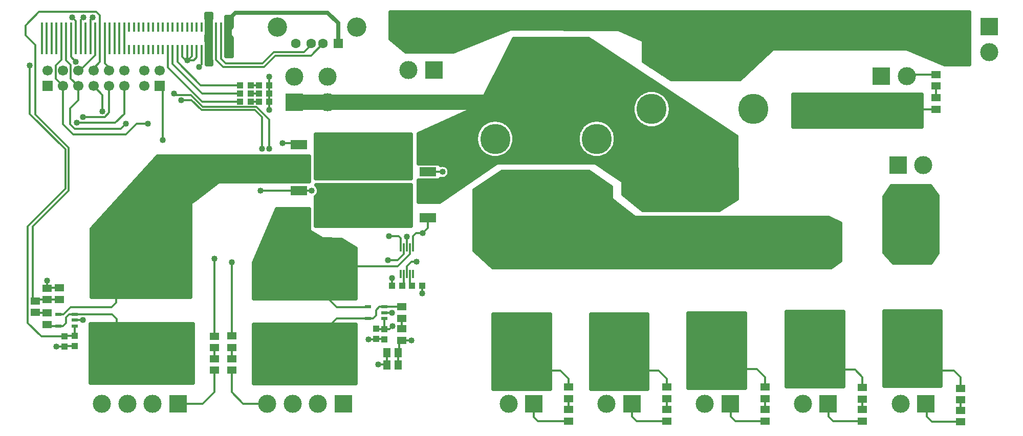
<source format=gtl>
G04 DipTrace 3.0.0.2*
G04 Power_Board.GTL*
%MOIN*%
G04 #@! TF.FileFunction,Copper,L1,Top*
G04 #@! TF.Part,Single*
G04 #@! TA.AperFunction,Conductor*
%ADD13C,0.012992*%
%ADD14C,0.011811*%
%ADD15C,0.1*%
%ADD17C,0.026*%
G04 #@! TA.AperFunction,CopperBalancing*
%ADD18C,0.025*%
%ADD19R,0.043307X0.03937*%
G04 #@! TA.AperFunction,ComponentPad*
%ADD20R,0.11811X0.11811*%
%ADD21C,0.11811*%
%ADD22R,0.066929X0.066929*%
%ADD23C,0.066929*%
%ADD25R,0.014961X0.059055*%
G04 #@! TA.AperFunction,ComponentPad*
%ADD26R,0.062992X0.062992*%
%ADD27C,0.062992*%
%ADD28C,0.125984*%
%ADD29C,0.19685*%
%ADD30R,0.19685X0.307087*%
%ADD31R,0.307087X0.19685*%
%ADD32R,0.059055X0.051181*%
%ADD33R,0.011811X0.055118*%
%ADD35R,0.108268X0.059055*%
%ADD36R,0.255906X0.244094*%
G04 #@! TA.AperFunction,ComponentPad*
%ADD37C,0.137795*%
%ADD40R,0.03937X0.043307*%
%ADD41R,0.314961X0.11811*%
%ADD43R,0.043307X0.023622*%
%ADD44R,0.051181X0.059055*%
G04 #@! TA.AperFunction,ViaPad*
%ADD45C,0.04*%
%FSLAX26Y26*%
G04*
G70*
G90*
G75*
G01*
G04 Top*
%LPD*%
X1555167Y3112188D2*
D13*
Y3041339D1*
X1586663Y3112188D2*
Y3067962D1*
X1560039Y3041339D1*
X1555167D1*
X1618159Y3112188D2*
Y3060088D1*
X1599409Y3041339D1*
X1555167D1*
X1523671Y3112188D2*
Y3062944D1*
X1545276Y3041339D1*
X1555167D1*
X1649655Y3112188D2*
Y3012844D1*
X1633858Y2997047D1*
X1051230Y3257857D2*
Y3112188D1*
X673277Y3257857D2*
Y3112188D1*
X1145718D2*
Y3257857D1*
X1114222D2*
Y3112188D1*
X1082726D2*
Y3257857D1*
X723425Y1556102D2*
X645669D1*
X644685Y1555118D1*
X821850Y1176181D2*
X760827D1*
X757874Y1173228D1*
X2856299Y1055118D2*
Y1134843D1*
X2785433Y1222441D2*
X2839567D1*
Y1220472D1*
X5954724Y688976D2*
X5762795D1*
X5733268Y718504D1*
Y799508D1*
X5730610Y802165D1*
X6594488Y684055D2*
X6407480D1*
X6373031Y718504D1*
Y797244D1*
X6368110Y802165D1*
X5319882Y688976D2*
X5127953D1*
X5098425Y718504D1*
Y797244D1*
X5093504Y802165D1*
X4680118Y688976D2*
X4483268D1*
X4453740Y718504D1*
Y802165D1*
X4040354Y688976D2*
X3838583D1*
X3813976Y713583D1*
Y802165D1*
X644685Y1555118D2*
Y1604331D1*
X757874Y1173228D2*
X703740D1*
X821850Y1346457D2*
X876969D1*
X2839567Y1395669D2*
X2888780D1*
X2785433Y1222441D2*
X2783465Y1220472D1*
X2736220D1*
X2856299Y1055118D2*
Y1058071D1*
X2800197D1*
X6432087Y2947835D2*
X6252953D1*
X6243110Y2937992D1*
X1732283Y1020648D2*
Y875984D1*
X1658465Y802165D1*
X1496063D1*
X1845472Y1020648D2*
Y875984D1*
X1919291Y802165D1*
X2077756D1*
X2987205Y1648622D2*
D14*
Y1682677D1*
D13*
Y1697835D1*
X3016732Y1727362D1*
X3051181D1*
X3085630Y1569882D2*
Y1520669D1*
X1681151Y3257857D2*
Y3200739D1*
X1697835Y3184055D1*
X1712647Y3257857D2*
Y3198867D1*
X1697835Y3184055D1*
X1681151Y3112188D2*
Y3167371D1*
X1697835Y3184055D1*
X1712647Y3112188D2*
Y3169243D1*
X1697835Y3184055D1*
X1681151Y3112188D2*
Y3058022D1*
X1697835Y3041339D1*
X1712647Y3112188D2*
Y3056151D1*
X1697835Y3041339D1*
X1681151Y3257857D2*
Y3310088D1*
X1697835Y3326772D1*
X1712647Y3257857D2*
Y3311959D1*
X1697835Y3326772D1*
X2091535Y2878937D2*
Y2824803D1*
Y2770669D2*
Y2824803D1*
Y2878937D2*
Y2933071D1*
Y2770669D2*
Y2716535D1*
X893749Y3112188D2*
Y3257857D1*
X641781Y3112188D2*
Y3257857D1*
X704773Y3112188D2*
Y3257857D1*
X3026575Y1821850D2*
D14*
Y1855906D1*
D13*
Y1894685D1*
X3046260Y1914370D1*
X3090551D1*
X3125000Y1948819D1*
Y2012795D1*
X2367126Y2189961D2*
X2283465D1*
X1845472Y1243089D2*
Y1722441D1*
X2032480Y2189961D2*
X2283465D1*
X610285Y3257857D2*
Y3112188D1*
X6209646Y1825787D2*
X6343504D1*
X1732283Y1242105D2*
Y1747047D1*
X2175197Y2500000D2*
X2283465D1*
Y2490157D1*
X2947835Y1821850D2*
D14*
Y1855906D1*
D13*
Y1879921D1*
X2933071Y1894685D1*
X2869094D1*
X3218504Y2312992D2*
X3125000D1*
X715551Y1383858D2*
X749016D1*
X797244Y1432087D1*
X1062992D1*
X1092520Y1461614D1*
Y1555118D1*
X1097441D1*
X2967520Y1821850D2*
D14*
Y1787795D1*
D13*
Y1776575D1*
X2928150Y1737205D1*
X2864173D1*
X2175197Y2308071D2*
X2282500D1*
X2283484Y2309055D1*
X2890748Y1569882D2*
Y1617126D1*
X2888780Y1619094D1*
X2480315Y1555118D2*
Y1481299D1*
X2529528Y1432087D1*
X2732283D1*
X2733268Y1433071D1*
X2165354Y1555118D2*
X2480315D1*
X3006890Y1821850D2*
D14*
Y1787795D1*
D13*
Y1776575D1*
X2928150Y1697835D1*
X2623031D1*
X2480315Y1555118D1*
X3892717Y3056102D2*
Y2902559D1*
Y2749016D1*
X4911417Y2348425D2*
Y2194882D1*
X2987205Y1821850D2*
D14*
Y1855906D1*
D13*
Y1889764D1*
X3228346Y2194882D2*
X3125965D1*
X3124980Y2193898D1*
X2470472Y2767717D2*
D15*
X2253937D1*
X2470472D2*
X3757874D1*
X3892717Y2902559D1*
X4046260Y2197835D2*
D13*
X3892717D1*
X3739173D2*
X3892717D1*
X5708661Y1825787D2*
X5574803D1*
X5073819D2*
X4939961D1*
X4434055D2*
X4300197D1*
X3799213D2*
X3665354D1*
X3799213D2*
X4300197D1*
X4434055D2*
X4939961D1*
X5073819D2*
X5574803D1*
X4757874Y3053150D2*
X4911417D1*
X5064961D1*
X2967520Y1648622D2*
D14*
Y1614567D1*
D13*
Y1579724D1*
X2957677Y1569882D1*
X3006890Y1648622D2*
D14*
Y1614567D1*
D13*
Y1581693D1*
X3018701Y1569882D1*
X4040354Y910433D2*
Y964567D1*
X3986220Y1018701D1*
X3813976D1*
X4680118Y910433D2*
Y964567D1*
X4625984Y1018701D1*
X4453740D1*
X5319882Y910433D2*
Y974409D1*
X5265748Y1028543D1*
X5103346D1*
X5093504Y1018701D1*
X5954724Y906496D2*
Y974409D1*
X5905512Y1023622D1*
X5735531D1*
X5730610Y1018701D1*
X6594488Y901575D2*
Y974409D1*
X6550197Y1018701D1*
X6368110D1*
X6077756Y2721457D2*
X6243110D1*
X6432087D1*
X1397638Y2519685D2*
Y2854331D1*
X1377953Y2874016D1*
X821850Y1243110D2*
Y1309055D1*
Y1243110D2*
X760827D1*
X757874Y1240157D1*
X925245Y3257857D2*
Y3112188D1*
Y3257857D2*
Y3307135D1*
X939961Y3321850D1*
X757874Y1240157D2*
X605315D1*
X516732Y1328740D1*
Y1958661D1*
X762795Y2204724D1*
Y2460630D1*
X531496Y2691929D1*
Y3006890D1*
X2839567Y1287402D2*
X2785433D1*
Y1289370D1*
X2839567Y1358268D2*
Y1287402D1*
X956741Y3112188D2*
Y3257857D1*
Y3112188D2*
Y3072883D1*
X861220Y2977362D1*
X851575D1*
X846654Y2972441D1*
X2839567Y1287402D2*
X2872047D1*
X2893701Y1309055D1*
X2042323Y2465551D2*
Y2672244D1*
X1998031Y2716535D1*
X1648622D1*
X1584646Y2780512D1*
X1515748D1*
X644685Y1480315D2*
X722441D1*
X723425Y1481299D1*
X988238Y3257857D2*
Y3112188D1*
Y3030560D1*
X946654Y2988976D1*
Y2972441D1*
X644685Y1480315D2*
X574803D1*
X565945Y1471457D1*
X988238Y3257857D2*
Y3332629D1*
X964567Y3356299D1*
X590551D1*
X501969Y3267717D1*
Y3203740D1*
X565945Y3139764D1*
Y2687008D1*
X782480Y2470472D1*
Y2189961D1*
X551181Y1958661D1*
Y1481299D1*
X556102D1*
X565945Y1471457D1*
X2931102Y1134843D2*
X2937992D1*
Y1200787D1*
X2952756Y1215551D1*
X2931102Y1055118D2*
Y1134843D1*
X1019734Y3112188D2*
Y3257857D1*
Y3112188D2*
Y3020621D1*
X1046654Y2993701D1*
Y2972441D1*
X1471457Y2824803D2*
Y2814961D1*
X1579724D1*
X1658465Y2736220D1*
X2007874D1*
X2091535Y2652559D1*
Y2465551D1*
X3016732Y1215551D2*
X2952756D1*
X736269Y3257857D2*
Y3112188D1*
Y3044340D1*
X698819Y3006890D1*
Y2920276D1*
X746654Y2872441D1*
X1299213Y2627953D2*
X1225394D1*
X1156496Y2559055D1*
X812008D1*
X748031Y2623031D1*
Y2871063D1*
X746654Y2872441D1*
X767765Y3112188D2*
Y3257857D1*
Y3112188D2*
Y3041290D1*
X797244Y3011811D1*
Y2921850D1*
X846654Y2872441D1*
X1156496Y2627953D2*
X1122047Y2593504D1*
X821850D1*
X792323Y2623031D1*
Y2726378D1*
X846457Y2780512D1*
Y2872244D1*
X846654Y2872441D1*
X799261Y3257857D2*
Y3112188D1*
Y3063928D1*
X831693Y3031496D1*
X1003937Y2706693D2*
Y2815157D1*
X946654Y2872441D1*
X715551Y1309055D2*
X653543D1*
X644685Y1317913D1*
X715551Y1309055D2*
X748031D1*
X767717Y1328740D1*
Y1363189D1*
X787402Y1382874D1*
X820866D1*
X821850Y1383858D1*
X1066929D1*
X1097441Y1353346D1*
Y1240157D1*
X2839567Y1433071D2*
X2806102D1*
X2785433Y1412402D1*
Y1377953D1*
X2765748Y1358268D1*
X2733268D1*
X2480315Y1240157D2*
Y1309055D1*
X2529528Y1358268D1*
X2733268D1*
X2839567Y1433071D2*
X2952756D1*
X1732283Y1167302D2*
Y1095451D1*
X1845472Y1168286D2*
Y1095451D1*
X830757Y3112188D2*
Y3257857D1*
Y3298180D1*
X807087Y3321850D1*
X875984Y2672244D2*
X1018701D1*
X1048228Y2701772D1*
Y2870866D1*
X1046654Y2872441D1*
X862253Y3257857D2*
Y3112188D1*
Y3257857D2*
Y3303198D1*
X880906Y3321850D1*
X836614Y2632874D2*
X1087598D1*
X1146654Y2691929D1*
Y2872441D1*
X1968504Y2770669D2*
X2024606D1*
Y2824803D2*
X1968504D1*
X2024606Y2878937D2*
X1968504D1*
X644685Y1392717D2*
X569882D1*
X565945Y1396654D1*
X2952756Y1290354D2*
Y1358268D1*
X4040354Y835630D2*
Y763780D1*
X4680118D2*
Y835630D1*
X5319882Y763780D2*
Y835630D1*
X5954724Y763780D2*
Y831693D1*
X6594488Y758858D2*
Y826772D1*
X6432087Y2796260D2*
Y2873031D1*
X1492175Y3112188D2*
Y3030463D1*
X1643701Y2878937D1*
X1901575D1*
X1460678Y3112188D2*
Y3017668D1*
X1653543Y2824803D1*
X1901575D1*
X1429182Y3112188D2*
Y2995030D1*
X1653543Y2770669D1*
X1901575D1*
X1775639Y3257857D2*
Y3112188D1*
Y3052117D1*
X1806102Y3021654D1*
X2047244D1*
X2121063Y3095472D1*
X2317913D1*
X2357283Y3134843D1*
Y3149606D1*
X2362205D1*
X1744143Y3112188D2*
Y3257857D1*
Y3112188D2*
Y3044243D1*
X1791339Y2997047D1*
X2057087D1*
X2130906Y3070866D1*
X2362205D1*
X2440945Y3149606D1*
X1807135Y3257857D2*
Y3112188D1*
X1838631D2*
Y3257857D1*
X2539370Y3149606D2*
D17*
Y3282480D1*
X2470472Y3351378D1*
X1870079D1*
X1835630Y3316929D1*
D45*
X1555167Y3041339D3*
X1633858Y2997047D3*
X644685Y1604331D3*
X703740Y1173228D3*
X876969Y1346457D3*
X2888780Y1395669D3*
X2736220Y1220472D3*
X2800197Y1058071D3*
X3051181Y1727362D3*
X3085630Y1520669D3*
X1697835Y3184055D3*
Y3041339D3*
Y3326772D3*
X2091535Y2933071D3*
Y2716535D3*
X2367126Y2189961D3*
X3090551Y1914370D3*
X1845472Y1722441D3*
X2032480Y2189961D3*
X1732283Y1747047D3*
X2175197Y2500000D3*
X2869094Y1894685D3*
X3218504Y2312992D3*
X2869094Y1894685D3*
X2864173Y1737205D3*
X2175197Y2308071D3*
X2888780Y1619094D3*
X2864173Y1737205D3*
X2987205Y1889764D3*
X3228346Y2194882D3*
X1397638Y2519685D3*
X939961Y3321850D3*
X531496Y3006890D3*
X2893701Y1309055D3*
X2042323Y2465551D3*
X1515748Y2780512D3*
X1471457Y2824803D3*
X2091535Y2465551D3*
X3016732Y1215551D3*
X1299213Y2627953D3*
X1156496D3*
X831693Y3031496D3*
X1003937Y2706693D3*
X807087Y3321850D3*
X875984Y2672244D3*
X880906Y3321850D3*
X836614Y2632874D3*
X6097677Y1379954D2*
D18*
X6461354D1*
X6097677Y1355085D2*
X6461354D1*
X6097677Y1330217D2*
X6461354D1*
X6097677Y1305348D2*
X6461354D1*
X6097677Y1280479D2*
X6461354D1*
X6097677Y1255610D2*
X6461354D1*
X6097677Y1230741D2*
X6461354D1*
X6097677Y1205873D2*
X6461354D1*
X6097677Y1181004D2*
X6461354D1*
X6097677Y1156135D2*
X6461354D1*
X6097677Y1131266D2*
X6461354D1*
X6097677Y1106398D2*
X6461354D1*
X6097677Y1081529D2*
X6461354D1*
X6097677Y1056660D2*
X6461354D1*
X6097677Y1031791D2*
X6461354D1*
X6097677Y1006923D2*
X6461354D1*
X6097677Y982054D2*
X6461354D1*
X6097677Y957185D2*
X6461354D1*
X6097677Y932316D2*
X6461354D1*
X6107677Y918012D2*
X6463878D1*
Y1404823D1*
X6095177D1*
Y918012D1*
X6107677D1*
X5462835Y1375033D2*
X5826512D1*
X5462835Y1350164D2*
X5826512D1*
X5462835Y1325295D2*
X5826512D1*
X5462835Y1300427D2*
X5826512D1*
X5462835Y1275558D2*
X5826512D1*
X5462835Y1250689D2*
X5826512D1*
X5462835Y1225820D2*
X5826512D1*
X5462835Y1200951D2*
X5826512D1*
X5462835Y1176083D2*
X5826512D1*
X5462835Y1151214D2*
X5826512D1*
X5462835Y1126345D2*
X5826512D1*
X5462835Y1101476D2*
X5826512D1*
X5462835Y1076608D2*
X5826512D1*
X5462835Y1051739D2*
X5826512D1*
X5462835Y1026870D2*
X5826512D1*
X5462835Y1002001D2*
X5826512D1*
X5462835Y977133D2*
X5826512D1*
X5462835Y952264D2*
X5826512D1*
X5462835Y927395D2*
X5826512D1*
X5472835Y913091D2*
X5829035D1*
Y1399902D1*
X5460335D1*
Y913091D1*
X5472835D1*
X4823071Y1365190D2*
X5186748D1*
X4823071Y1340322D2*
X5186748D1*
X4823071Y1315453D2*
X5186748D1*
X4823071Y1290584D2*
X5186748D1*
X4823071Y1265715D2*
X5186748D1*
X4823071Y1240846D2*
X5186748D1*
X4823071Y1215978D2*
X5186748D1*
X4823071Y1191109D2*
X5186748D1*
X4823071Y1166240D2*
X5186748D1*
X4823071Y1141371D2*
X5186748D1*
X4823071Y1116503D2*
X5186748D1*
X4823071Y1091634D2*
X5186748D1*
X4823071Y1066765D2*
X5186748D1*
X4823071Y1041896D2*
X5186748D1*
X4823071Y1017028D2*
X5186748D1*
X4823071Y992159D2*
X5186748D1*
X4823071Y967290D2*
X5186748D1*
X4823071Y942421D2*
X5186748D1*
X4823071Y917552D2*
X5186748D1*
X4833071Y903248D2*
X5189272D1*
Y1390059D1*
X4820571D1*
Y903248D1*
X4833071D1*
X4188228Y1360269D2*
X4551906D1*
X4188228Y1335400D2*
X4551906D1*
X4188228Y1310531D2*
X4551906D1*
X4188228Y1285663D2*
X4551906D1*
X4188228Y1260794D2*
X4551906D1*
X4188228Y1235925D2*
X4551906D1*
X4188228Y1211056D2*
X4551906D1*
X4188228Y1186188D2*
X4551906D1*
X4188228Y1161319D2*
X4551906D1*
X4188228Y1136450D2*
X4551906D1*
X4188228Y1111581D2*
X4551906D1*
X4188228Y1086713D2*
X4551906D1*
X4188228Y1061844D2*
X4551906D1*
X4188228Y1036975D2*
X4551906D1*
X4188228Y1012106D2*
X4551906D1*
X4188228Y987238D2*
X4551906D1*
X4188228Y962369D2*
X4551906D1*
X4188228Y937500D2*
X4551906D1*
X4188228Y912631D2*
X4551906D1*
X4198228Y898327D2*
X4554429D1*
Y1385138D1*
X4185728D1*
Y898327D1*
X4198228D1*
X3553386Y1360269D2*
X3917063D1*
X3553386Y1335400D2*
X3917063D1*
X3553386Y1310531D2*
X3917063D1*
X3553386Y1285663D2*
X3917063D1*
X3553386Y1260794D2*
X3917063D1*
X3553386Y1235925D2*
X3917063D1*
X3553386Y1211056D2*
X3917063D1*
X3553386Y1186188D2*
X3917063D1*
X3553386Y1161319D2*
X3917063D1*
X3553386Y1136450D2*
X3917063D1*
X3553386Y1111581D2*
X3917063D1*
X3553386Y1086713D2*
X3917063D1*
X3553386Y1061844D2*
X3917063D1*
X3553386Y1036975D2*
X3917063D1*
X3553386Y1012106D2*
X3917063D1*
X3553386Y987238D2*
X3917063D1*
X3553386Y962369D2*
X3917063D1*
X3553386Y937500D2*
X3917063D1*
X3553386Y912631D2*
X3917063D1*
X3563386Y898327D2*
X3919587D1*
Y1385138D1*
X3550886D1*
Y898327D1*
X3563386D1*
X1993346Y1291371D2*
X2652336D1*
X1993346Y1266503D2*
X2652336D1*
X1993346Y1241634D2*
X2652336D1*
X1993346Y1216765D2*
X2652336D1*
X1993346Y1191896D2*
X2652336D1*
X1993346Y1167028D2*
X2652336D1*
X1993346Y1142159D2*
X2652336D1*
X1993346Y1117290D2*
X2652336D1*
X1993346Y1092421D2*
X2652336D1*
X1993346Y1067552D2*
X2652336D1*
X1993346Y1042684D2*
X2652336D1*
X1993346Y1017815D2*
X2652336D1*
X1993346Y992946D2*
X2652336D1*
X1993346Y968077D2*
X2652336D1*
X1993346Y943209D2*
X2652336D1*
X2642323Y1316240D2*
X1990846D1*
Y932776D1*
X2654823D1*
Y1316240D1*
X2642323D1*
X930354Y1296293D2*
X1589344D1*
X930354Y1271424D2*
X1589344D1*
X930354Y1246555D2*
X1589344D1*
X930354Y1221686D2*
X1589344D1*
X930354Y1196818D2*
X1589344D1*
X930354Y1171949D2*
X1589344D1*
X930354Y1147080D2*
X1589344D1*
X930354Y1122211D2*
X1589344D1*
X930354Y1097343D2*
X1589344D1*
X930354Y1072474D2*
X1589344D1*
X930354Y1047605D2*
X1589344D1*
X930354Y1022736D2*
X1589344D1*
X930354Y997867D2*
X1589344D1*
X930354Y972999D2*
X1589344D1*
X930354Y948130D2*
X1589344D1*
X1579331Y1321161D2*
X927854D1*
Y937697D1*
X1591831D1*
Y1321161D1*
X1579331D1*
X1343698Y2388812D2*
X2347194D1*
X1321140Y2363944D2*
X2347194D1*
X1298533Y2339075D2*
X2347194D1*
X1275974Y2314206D2*
X2347194D1*
X1253366Y2289337D2*
X2347194D1*
X1230808Y2264469D2*
X2347194D1*
X1208201Y2239600D2*
X1743972D1*
X1185642Y2214731D2*
X1710818D1*
X1163034Y2189862D2*
X1677663D1*
X1140476Y2164993D2*
X1644509D1*
X1117869Y2140125D2*
X1611354D1*
X1095261Y2115256D2*
X1578151D1*
X1072702Y2090387D2*
X1574587D1*
X1050094Y2065518D2*
X1574587D1*
X1027537Y2040650D2*
X1574587D1*
X1004929Y2015781D2*
X1574587D1*
X982370Y1990912D2*
X1574587D1*
X959762Y1966043D2*
X1574587D1*
X937205Y1941175D2*
X1574587D1*
X935276Y1916306D2*
X1574587D1*
X935276Y1891437D2*
X1574587D1*
X935276Y1866568D2*
X1574587D1*
X935276Y1841699D2*
X1574587D1*
X935276Y1816831D2*
X1574587D1*
X935276Y1791962D2*
X1574587D1*
X935276Y1767093D2*
X1574587D1*
X935276Y1742224D2*
X1574587D1*
X935276Y1717356D2*
X1574587D1*
X935276Y1692487D2*
X1574587D1*
X935276Y1667618D2*
X1574587D1*
X935276Y1642749D2*
X1574587D1*
X935276Y1617881D2*
X1574587D1*
X935276Y1593012D2*
X1574587D1*
X935276Y1568143D2*
X1574587D1*
X935276Y1543274D2*
X1574587D1*
X935276Y1518406D2*
X1574587D1*
X932727Y1498720D2*
X1577067D1*
X1577220Y2108255D1*
X1578429Y2111974D1*
X1580728Y2115138D1*
X1612067Y2138799D1*
X1760888Y2250223D1*
X1764589Y2251488D1*
X1779232Y2251673D1*
X2349705D1*
Y2413681D1*
X1363816D1*
X932794Y1939088D1*
X932776Y1498731D1*
X2131115Y2044324D2*
X2347209D1*
X2120568Y2019455D2*
X2347209D1*
X2109972Y1994587D2*
X2347209D1*
X2099425Y1969718D2*
X2347209D1*
X2088879Y1944849D2*
X2347209D1*
X2078332Y1919980D2*
X2358635D1*
X2067736Y1895112D2*
X2398429D1*
X2057189Y1870243D2*
X2561320D1*
X2046642Y1845374D2*
X2601505D1*
X2036047Y1820505D2*
X2641642D1*
X2025500Y1795636D2*
X2652336D1*
X2014953Y1770768D2*
X2652336D1*
X2004406Y1745899D2*
X2652336D1*
X1993810Y1721030D2*
X2652336D1*
X1993346Y1696161D2*
X2652336D1*
X1993346Y1671293D2*
X2652336D1*
X1993346Y1646424D2*
X2652336D1*
X1993346Y1621555D2*
X2652336D1*
X1993346Y1596686D2*
X2652336D1*
X1993346Y1571818D2*
X2652336D1*
X1993346Y1546949D2*
X2652336D1*
X1993346Y1522080D2*
X2652336D1*
X1993346Y1497211D2*
X2652336D1*
X2003346Y1488878D2*
X2654823D1*
Y1813906D1*
X2560371Y1872373D1*
X2438990Y1872496D1*
X2435270Y1873705D1*
X2354769Y1924008D1*
X2352028Y1926798D1*
X2350283Y1930298D1*
X2349718Y1934429D1*
X2349705Y2069193D1*
X2139206D1*
X1990832Y1719862D1*
X1990846Y1488878D1*
X2003346D1*
X2396890Y2531529D2*
X3011592D1*
X2396890Y2506660D2*
X3011592D1*
X2396890Y2481791D2*
X3011592D1*
X2396890Y2456923D2*
X3011592D1*
X2396890Y2432054D2*
X3011592D1*
X2396890Y2407185D2*
X3011592D1*
X2396890Y2382316D2*
X3011592D1*
X2396890Y2357448D2*
X3011592D1*
X2396890Y2332579D2*
X3011592D1*
X2396890Y2307710D2*
X3011592D1*
X2396890Y2282841D2*
X3011592D1*
X3001575Y2556398D2*
X2394390D1*
Y2271358D1*
X3014075D1*
Y2556398D1*
X3001575D1*
X2414591Y2201804D2*
X3011592D1*
X2414248Y2176936D2*
X3011592D1*
X2396890Y2152067D2*
X3011592D1*
X2396890Y2127198D2*
X3011592D1*
X2396890Y2102329D2*
X3011592D1*
X2396890Y2077461D2*
X3011592D1*
X2396890Y2052592D2*
X3011592D1*
X2396890Y2027723D2*
X3011592D1*
X2396890Y2002854D2*
X3011592D1*
X2396890Y1977986D2*
X3011592D1*
X2413483Y2186312D2*
X2412341Y2179105D1*
X2410087Y2172165D1*
X2406774Y2165664D1*
X2402484Y2159761D1*
X2397325Y2154602D1*
X2394375Y2152286D1*
X2394390Y1961319D1*
X3014075D1*
Y2226673D1*
X2395667D1*
X2402484Y2220160D1*
X2406774Y2214257D1*
X2410087Y2207756D1*
X2412341Y2200816D1*
X2413483Y2193609D1*
Y2186312D1*
X3673970Y3156529D2*
X4204564D1*
X3661518Y3131660D2*
X4242163D1*
X3649115Y3106791D2*
X4279711D1*
X3636664Y3081923D2*
X4317308D1*
X3624214Y3057054D2*
X4354907D1*
X3611811Y3032185D2*
X4392504D1*
X3599360Y3007316D2*
X4430102D1*
X3586908Y2982448D2*
X4467651D1*
X3574507Y2957579D2*
X4505248D1*
X3562055Y2932710D2*
X4542846D1*
X3549604Y2907841D2*
X4580444D1*
X3537202Y2882972D2*
X4618042D1*
X3524751Y2858104D2*
X4655591D1*
X3512348Y2833235D2*
X4520483D1*
X4640912D2*
X4693188D1*
X3499896Y2808366D2*
X4487524D1*
X4673871D2*
X4730786D1*
X3487446Y2783497D2*
X4469214D1*
X4692182D2*
X4768383D1*
X3475043Y2758629D2*
X4458618D1*
X4702778D2*
X4805980D1*
X3449458Y2733760D2*
X4453783D1*
X4707612D2*
X4843530D1*
X3394331Y2708891D2*
X4454028D1*
X4707416D2*
X4881127D1*
X3339203Y2684022D2*
X4459350D1*
X4702094D2*
X4918724D1*
X3284076Y2659154D2*
X4470483D1*
X4690912D2*
X4956323D1*
X3228999Y2634285D2*
X3492992D1*
X3631050D2*
X4154419D1*
X4292427D2*
X4489672D1*
X4671723D2*
X4993920D1*
X3173871Y2609416D2*
X3464282D1*
X3659711D2*
X4125707D1*
X4321138D2*
X4524975D1*
X4636420D2*
X5031470D1*
X3118744Y2584547D2*
X3447827D1*
X3676167D2*
X4109252D1*
X4337592D2*
X5069067D1*
X3066181Y2559678D2*
X3438550D1*
X3685492D2*
X4099927D1*
X4346919D2*
X5106664D1*
X3066181Y2534810D2*
X3434740D1*
X3689252D2*
X4096167D1*
X4350678D2*
X5132640D1*
X3066181Y2509941D2*
X3435962D1*
X3688031D2*
X4097387D1*
X4349458D2*
X5132640D1*
X3066181Y2485072D2*
X3442407D1*
X3681635D2*
X4103783D1*
X4343060D2*
X5132640D1*
X3066181Y2460203D2*
X3454955D1*
X3669087D2*
X4116332D1*
X4330512D2*
X5132640D1*
X3066181Y2435335D2*
X3476343D1*
X3647699D2*
X4137768D1*
X4309126D2*
X5132640D1*
X3066181Y2410466D2*
X3518724D1*
X3605316D2*
X4180151D1*
X4266694D2*
X5132640D1*
X3066181Y2385597D2*
X5132640D1*
X3208148Y2360728D2*
X3550951D1*
X4239350D2*
X5132640D1*
X3261470Y2335860D2*
X3514623D1*
X4275630D2*
X5132640D1*
X3267475Y2310991D2*
X3478247D1*
X4311908D2*
X5132640D1*
X3258930Y2286122D2*
X3441919D1*
X4348139D2*
X5132640D1*
X3208148Y2261253D2*
X3405591D1*
X4384419D2*
X5132640D1*
X3066181Y2236385D2*
X3369214D1*
X4399848D2*
X5132640D1*
X3066181Y2211516D2*
X3332886D1*
X4399848D2*
X5132640D1*
X3066181Y2186647D2*
X3296556D1*
X4399848D2*
X5132640D1*
X3066181Y2161778D2*
X3260180D1*
X4405463D2*
X5132640D1*
X3066181Y2136909D2*
X3223852D1*
X4435980D2*
X5131323D1*
X4466499Y2112041D2*
X5092455D1*
X4497064Y2087172D2*
X5053638D1*
X4347966Y2518741D2*
X4346812Y2509001D1*
X4344899Y2499381D1*
X4342236Y2489940D1*
X4338841Y2480736D1*
X4334735Y2471828D1*
X4329941Y2463270D1*
X4324492Y2455114D1*
X4318419Y2447411D1*
X4311761Y2440207D1*
X4304558Y2433550D1*
X4296854Y2427476D1*
X4288698Y2422028D1*
X4280140Y2417234D1*
X4271232Y2413127D1*
X4262029Y2409732D1*
X4252588Y2407070D1*
X4242967Y2405156D1*
X4233227Y2404003D1*
X4223425Y2403618D1*
X4213623Y2404003D1*
X4203883Y2405156D1*
X4194262Y2407070D1*
X4184822Y2409732D1*
X4175618Y2413127D1*
X4166710Y2417234D1*
X4158152Y2422028D1*
X4149996Y2427476D1*
X4142293Y2433550D1*
X4135089Y2440207D1*
X4128432Y2447411D1*
X4122358Y2455114D1*
X4116909Y2463270D1*
X4112115Y2471828D1*
X4108009Y2480736D1*
X4104614Y2489940D1*
X4101951Y2499381D1*
X4100038Y2509001D1*
X4098885Y2518741D1*
X4098500Y2528543D1*
X4098885Y2538345D1*
X4100038Y2548085D1*
X4101951Y2557706D1*
X4104614Y2567147D1*
X4108009Y2576350D1*
X4112115Y2585259D1*
X4116909Y2593816D1*
X4122358Y2601972D1*
X4128432Y2609676D1*
X4135089Y2616879D1*
X4142293Y2623537D1*
X4149996Y2629610D1*
X4158152Y2635059D1*
X4166710Y2639853D1*
X4175618Y2643959D1*
X4184822Y2647354D1*
X4194262Y2650017D1*
X4203883Y2651930D1*
X4213623Y2653084D1*
X4223425Y2653469D1*
X4233227Y2653084D1*
X4242967Y2651930D1*
X4252588Y2650017D1*
X4262029Y2647354D1*
X4271232Y2643959D1*
X4280140Y2639853D1*
X4288698Y2635059D1*
X4296854Y2629610D1*
X4304558Y2623537D1*
X4311761Y2616879D1*
X4318419Y2609676D1*
X4324492Y2601972D1*
X4329941Y2593816D1*
X4334735Y2585259D1*
X4338841Y2576350D1*
X4342236Y2567147D1*
X4344899Y2557706D1*
X4346812Y2548085D1*
X4347966Y2538345D1*
X4348350Y2528543D1*
X4347966Y2518741D1*
X3686549D2*
X3685395Y2509001D1*
X3683482Y2499381D1*
X3680819Y2489940D1*
X3677424Y2480736D1*
X3673318Y2471828D1*
X3668524Y2463270D1*
X3663075Y2455114D1*
X3657001Y2447411D1*
X3650344Y2440207D1*
X3643140Y2433550D1*
X3635437Y2427476D1*
X3627281Y2422028D1*
X3618723Y2417234D1*
X3609815Y2413127D1*
X3600612Y2409732D1*
X3591171Y2407070D1*
X3581550Y2405156D1*
X3571810Y2404003D1*
X3562008Y2403618D1*
X3552206Y2404003D1*
X3542466Y2405156D1*
X3532845Y2407070D1*
X3523404Y2409732D1*
X3514201Y2413127D1*
X3505293Y2417234D1*
X3496735Y2422028D1*
X3488579Y2427476D1*
X3480875Y2433550D1*
X3473672Y2440207D1*
X3467014Y2447411D1*
X3460941Y2455114D1*
X3455492Y2463270D1*
X3450698Y2471828D1*
X3446592Y2480736D1*
X3443197Y2489940D1*
X3440534Y2499381D1*
X3438621Y2509001D1*
X3437467Y2518741D1*
X3437083Y2528543D1*
X3437467Y2538345D1*
X3438621Y2548085D1*
X3440534Y2557706D1*
X3443197Y2567147D1*
X3446592Y2576350D1*
X3450698Y2585259D1*
X3455492Y2593816D1*
X3460941Y2601972D1*
X3467014Y2609676D1*
X3473672Y2616879D1*
X3480875Y2623537D1*
X3488579Y2629610D1*
X3496735Y2635059D1*
X3505293Y2639853D1*
X3514201Y2643959D1*
X3523404Y2647354D1*
X3532845Y2650017D1*
X3542466Y2651930D1*
X3552206Y2653084D1*
X3562008Y2653469D1*
X3571810Y2653084D1*
X3581550Y2651930D1*
X3591171Y2650017D1*
X3600612Y2647354D1*
X3609815Y2643959D1*
X3618723Y2639853D1*
X3627281Y2635059D1*
X3635437Y2629610D1*
X3643140Y2623537D1*
X3650344Y2616879D1*
X3657001Y2609676D1*
X3663075Y2601972D1*
X3668524Y2593816D1*
X3673318Y2585259D1*
X3677424Y2576350D1*
X3680819Y2567147D1*
X3683482Y2557706D1*
X3685395Y2548085D1*
X3686549Y2538345D1*
X3686933Y2528543D1*
X3686549Y2518741D1*
X3063654Y2369020D2*
X3205634D1*
Y2357643D1*
X3211230Y2358920D1*
X3218504Y2359492D1*
X3225778Y2358920D1*
X3232873Y2357217D1*
X3239614Y2354424D1*
X3245836Y2350612D1*
X3251385Y2345873D1*
X3256123Y2340324D1*
X3259936Y2334102D1*
X3262728Y2327361D1*
X3264432Y2320266D1*
X3265004Y2312992D1*
X3264432Y2305718D1*
X3262728Y2298623D1*
X3259936Y2291882D1*
X3256123Y2285660D1*
X3251385Y2280112D1*
X3245836Y2275373D1*
X3239614Y2271560D1*
X3232873Y2268768D1*
X3225778Y2267064D1*
X3218504Y2266492D1*
X3211230Y2267064D1*
X3205631Y2268346D1*
X3205634Y2256965D1*
X3063690D1*
X3063681Y2118799D1*
X3199862D1*
X3572398Y2373499D1*
X3576150Y2374601D1*
X3627756Y2374705D1*
X4214554Y2374551D1*
X4218273Y2373343D1*
X4260904Y2344238D1*
X4393437Y2253171D1*
X4395822Y2250071D1*
X4397131Y2246386D1*
X4397343Y2244094D1*
Y2166354D1*
X4522190Y2064644D1*
X5020972Y2064665D1*
X5135175Y2137770D1*
X5135138Y2542478D1*
X4169449Y3181409D1*
X3683902Y3181398D1*
X3464892Y2743714D1*
X3462148Y2740928D1*
X3459866Y2739591D1*
X3063707Y2560836D1*
X3063681Y2369045D1*
X4705249Y2712639D2*
X4704096Y2702899D1*
X4702182Y2693278D1*
X4699520Y2683837D1*
X4696125Y2674634D1*
X4692018Y2665726D1*
X4687224Y2657168D1*
X4681776Y2649012D1*
X4675702Y2641308D1*
X4669045Y2634105D1*
X4661841Y2627448D1*
X4654138Y2621374D1*
X4645982Y2615925D1*
X4637424Y2611131D1*
X4628516Y2607025D1*
X4619312Y2603630D1*
X4609871Y2600967D1*
X4600251Y2599054D1*
X4590510Y2597900D1*
X4580709Y2597516D1*
X4570907Y2597900D1*
X4561167Y2599054D1*
X4551546Y2600967D1*
X4542105Y2603630D1*
X4532902Y2607025D1*
X4523993Y2611131D1*
X4515436Y2615925D1*
X4507280Y2621374D1*
X4499576Y2627448D1*
X4492373Y2634105D1*
X4485715Y2641308D1*
X4479642Y2649012D1*
X4474193Y2657168D1*
X4469399Y2665726D1*
X4465293Y2674634D1*
X4461898Y2683837D1*
X4459235Y2693278D1*
X4457322Y2702899D1*
X4456168Y2712639D1*
X4455783Y2722441D1*
X4456168Y2732243D1*
X4457322Y2741983D1*
X4459235Y2751604D1*
X4461898Y2761045D1*
X4465293Y2770248D1*
X4469399Y2779156D1*
X4474193Y2787714D1*
X4479642Y2795870D1*
X4485715Y2803573D1*
X4492373Y2810777D1*
X4499576Y2817434D1*
X4507280Y2823508D1*
X4515436Y2828957D1*
X4523993Y2833751D1*
X4532902Y2837857D1*
X4542105Y2841252D1*
X4551546Y2843915D1*
X4561167Y2845828D1*
X4570907Y2846982D1*
X4580709Y2847366D1*
X4590510Y2846982D1*
X4600251Y2845828D1*
X4609871Y2843915D1*
X4619312Y2841252D1*
X4628516Y2837857D1*
X4637424Y2833751D1*
X4645982Y2828957D1*
X4654138Y2823508D1*
X4661841Y2817434D1*
X4669045Y2810777D1*
X4675702Y2803573D1*
X4681776Y2795870D1*
X4687224Y2787714D1*
X4692018Y2779156D1*
X4696125Y2770248D1*
X4699520Y2761045D1*
X4702182Y2751604D1*
X4704096Y2741983D1*
X4705249Y2732243D1*
X4705634Y2722441D1*
X4705249Y2712639D1*
X3572371Y2290387D2*
X4206727D1*
X3536043Y2265518D2*
X4241736D1*
X3499665Y2240650D2*
X4276795D1*
X3463337Y2215781D2*
X4311853D1*
X3430354Y2190912D2*
X4315711D1*
X3430354Y2166043D2*
X4315711D1*
X3430354Y2141175D2*
X4315711D1*
X3430354Y2116306D2*
X4338904D1*
X3430354Y2091437D2*
X4370252D1*
X3430354Y2066568D2*
X4401600D1*
X3430354Y2041699D2*
X4432996D1*
X3430354Y2016831D2*
X4464344D1*
X3430354Y1991962D2*
X5776209D1*
X3430354Y1967093D2*
X5806873D1*
X3430354Y1942224D2*
X5806873D1*
X3430354Y1917356D2*
X5806873D1*
X3430354Y1892487D2*
X5806873D1*
X3430354Y1867618D2*
X5806873D1*
X3430354Y1842749D2*
X5806873D1*
X3430354Y1817881D2*
X5806873D1*
X3439803Y1793012D2*
X5806873D1*
X3466756Y1768143D2*
X5806873D1*
X3493660Y1743274D2*
X5806873D1*
X3520613Y1718406D2*
X5785291D1*
X3547566Y1693537D2*
X5750476D1*
X4174194Y2315256D2*
X3606226D1*
X3427878Y2193226D1*
X3427854Y1801707D1*
X3548213Y1690633D1*
X5748996Y1690650D1*
X5809391Y1733824D1*
X5809350Y1975751D1*
X5735035Y2015085D1*
X4471470Y2015213D1*
X4467751Y2016421D1*
X4465657Y2017765D1*
X4321505Y2132290D1*
X4319341Y2135549D1*
X4318291Y2139315D1*
X4318209Y2213063D1*
X4174184Y2315243D1*
X2884094Y3328773D2*
X6648406D1*
X2884094Y3303904D2*
X6648406D1*
X2884094Y3279035D2*
X6648406D1*
X2884094Y3254167D2*
X6648406D1*
X2884094Y3229298D2*
X3610955D1*
X4403016D2*
X6648406D1*
X2884094Y3204429D2*
X3549577D1*
X4459852D2*
X6648406D1*
X2884803Y3179560D2*
X3488249D1*
X4516688D2*
X6648406D1*
X2915173Y3154692D2*
X3426921D1*
X4532703D2*
X6648406D1*
X2945593Y3129823D2*
X3365545D1*
X4532703D2*
X6648406D1*
X2975965Y3104954D2*
X3304217D1*
X4532703D2*
X5353045D1*
X6275818D2*
X6648406D1*
X4532703Y3080085D2*
X5326921D1*
X6334997D2*
X6648406D1*
X4532703Y3055217D2*
X5300848D1*
X6394226D2*
X6648406D1*
X4537244Y3030348D2*
X5274773D1*
X6453455D2*
X6648406D1*
X4575037Y3005479D2*
X5248699D1*
X4612829Y2980610D2*
X5222625D1*
X4650623Y2955741D2*
X5196551D1*
X4688416Y2930873D2*
X5170428D1*
X2881594Y3341142D2*
Y3180155D1*
X2981804Y3098147D1*
X3289929Y3098130D1*
X3653669Y3245444D1*
X3656496Y3245768D1*
X4362192Y3245614D1*
X4365247Y3244719D1*
X4524457Y3174898D1*
X4527379Y3172299D1*
X4529357Y3168925D1*
X4530196Y3165105D1*
X4530217Y3033266D1*
X4708521Y2916009D1*
X5157394Y2916043D1*
X5366911Y3115600D1*
X5370437Y3117291D1*
X5374462Y3117802D1*
X6242113Y3117661D1*
X6244997Y3116840D1*
X6488772Y3014455D1*
X6650886Y3014469D1*
Y3353642D1*
X2881594D1*
Y3341142D1*
X5507126Y2792356D2*
X6338332D1*
X5507126Y2767487D2*
X6338332D1*
X5507126Y2742618D2*
X6338332D1*
X5507126Y2717749D2*
X6338332D1*
X5507126Y2692881D2*
X6338332D1*
X5507126Y2668012D2*
X6338332D1*
X5507126Y2643143D2*
X6338332D1*
X5507126Y2618274D2*
X6338332D1*
X6328346Y2817224D2*
X5504626D1*
Y2606004D1*
X6340846D1*
Y2817224D1*
X6328346D1*
X1812114Y3299245D2*
X1845249D1*
X1812114Y3274377D2*
X1845249D1*
X1812114Y3249508D2*
X1836314D1*
X1812114Y3224639D2*
X1829327D1*
X1811260Y3199770D2*
X1834117D1*
X1811260Y3174902D2*
X1845249D1*
X1812114Y3150033D2*
X1845249D1*
X1812114Y3125164D2*
X1845249D1*
X1812114Y3100295D2*
X1845249D1*
X1812114Y3075427D2*
X1845249D1*
X1808745Y3313885D2*
X1809619D1*
Y3201829D1*
X1808789D1*
X1808760Y3168206D1*
X1809619Y3168215D1*
Y3068556D1*
X1847736Y3068602D1*
Y3183299D1*
X1842517Y3189492D1*
X1837923Y3196988D1*
X1834559Y3205110D1*
X1832507Y3213659D1*
X1831816Y3222424D1*
X1832507Y3231189D1*
X1834559Y3239738D1*
X1837923Y3247860D1*
X1842517Y3255356D1*
X1847748Y3261524D1*
X1847736Y3324114D1*
X1808760D1*
Y3313909D1*
X1683307Y3318930D2*
X1712365D1*
X1686114Y3294062D2*
X1707677D1*
X1686114Y3269193D2*
X1707677D1*
X1686114Y3244324D2*
X1707677D1*
X1686114Y3219455D2*
X1707677D1*
X1683307Y3194587D2*
X1708654D1*
X1683307Y3169718D2*
X1708654D1*
X1686114Y3144849D2*
X1707677D1*
X1686114Y3119980D2*
X1707677D1*
X1686114Y3095112D2*
X1707677D1*
X1686114Y3070243D2*
X1707677D1*
X1685138Y3045374D2*
X1708654D1*
X1685138Y3020505D2*
X1712365D1*
X1711165Y3201829D2*
X1710163D1*
Y3313885D1*
X1714899D1*
X1714862Y3343799D1*
X1680807D1*
Y3313867D1*
X1683635Y3313885D1*
Y3201829D1*
X1680755D1*
X1680807Y3168262D1*
X1683635Y3168215D1*
Y3056160D1*
X1682610D1*
X1682651Y3014463D1*
X1714862Y3014469D1*
X1714743Y3029262D1*
X1712059Y3036539D1*
X1711147Y3044243D1*
Y3056206D1*
X1710163Y3056160D1*
Y3168215D1*
X1711188D1*
X1711147Y3201787D1*
X6128804Y2196883D2*
X6411940D1*
X6111715Y2172014D2*
X6430202D1*
X6097677Y2147146D2*
X6441676D1*
X6097677Y2122277D2*
X6441676D1*
X6097677Y2097408D2*
X6441676D1*
X6097677Y2072539D2*
X6441676D1*
X6097677Y2047671D2*
X6441676D1*
X6097677Y2022802D2*
X6441676D1*
X6097677Y1997933D2*
X6441676D1*
X6097677Y1973064D2*
X6441676D1*
X6097677Y1948196D2*
X6441676D1*
X6097677Y1923327D2*
X6441676D1*
X6097677Y1898458D2*
X6441676D1*
X6097677Y1873589D2*
X6441676D1*
X6097677Y1848720D2*
X6441676D1*
X6097677Y1823852D2*
X6441676D1*
X6097677Y1798983D2*
X6441676D1*
X6109176Y1774114D2*
X6434255D1*
X6132370Y1749245D2*
X6417652D1*
X6155563Y1724377D2*
X6401100D1*
X6143377Y2221739D2*
X6095169Y2151619D1*
X6095177Y1786399D1*
X6157016Y1720168D1*
X6400843Y1720177D1*
X6444180Y1785262D1*
X6444193Y2156349D1*
X6396226Y2221751D1*
X6143331Y2221752D1*
D19*
X2091535Y2770669D3*
X2024606D3*
X2091535Y2824803D3*
X2024606D3*
X2091535Y2878937D3*
X2024606D3*
D20*
X3813976Y802165D3*
D21*
X3648622D3*
Y1018701D3*
X3813976D3*
D20*
X4453740Y802165D3*
D21*
X4288386D3*
Y1018701D3*
X4453740D3*
D20*
X5093504Y802165D3*
D21*
X4928150D3*
Y1018701D3*
X5093504D3*
D20*
X5730610Y802165D3*
D21*
X5565256D3*
Y1018701D3*
X5730610D3*
D20*
X6368110Y802165D3*
D21*
X6202756D3*
Y1018701D3*
X6368110D3*
D20*
X6077756Y2937992D3*
D21*
X6243110D3*
Y2721457D3*
X6077756D3*
D20*
X3162402Y2977362D3*
D21*
X2997047D3*
Y3193898D3*
X3162402D3*
D20*
X6781496Y3260827D3*
D21*
Y3095472D3*
X6564961D3*
Y3260827D3*
D20*
X2253937Y2767717D3*
D21*
Y2933071D3*
X2470472D3*
Y2767717D3*
D20*
X6186024Y2357283D3*
D21*
X6351378D3*
Y2140748D3*
X6186024D3*
D20*
X1496063Y802165D3*
D21*
X1330709D3*
X1165354D3*
X1000000D3*
Y1018701D3*
X1165354D3*
X1330709D3*
X1496063D3*
D20*
X2573819Y802165D3*
D21*
X2408465D3*
X2243110D3*
X2077756D3*
Y1018701D3*
X2243110D3*
X2408465D3*
X2573819D3*
D22*
X646654Y2872441D3*
D23*
Y2972441D3*
X746654Y2872441D3*
Y2972441D3*
X846654Y2872441D3*
Y2972441D3*
X946654Y2872441D3*
Y2972441D3*
X1046654Y2872441D3*
Y2972441D3*
X1146654Y2872441D3*
Y2972441D3*
D22*
X1377953Y2874016D3*
D23*
Y2974016D3*
X1277953Y2874016D3*
Y2974016D3*
D25*
X1838631Y3257857D3*
X1807135D3*
X1775639D3*
X1744143D3*
X1712647D3*
X1681151D3*
X1649655D3*
X1618159D3*
X1586663D3*
X1555167D3*
X1523671D3*
X1492175D3*
X1460678D3*
X1429182D3*
X1397686D3*
X1366190D3*
X1334694D3*
X1303198D3*
X1271702D3*
X1240206D3*
X1208710D3*
X1177214D3*
X1145718D3*
X1114222D3*
X1082726D3*
X1051230D3*
X1019734D3*
X988238D3*
X956741D3*
X925245D3*
X893749D3*
X862253D3*
X830757D3*
X799261D3*
X767765D3*
X736269D3*
X704773D3*
X673277D3*
X641781D3*
X610285D3*
Y3112188D3*
X641781D3*
X673277D3*
X704773D3*
X736269D3*
X767765D3*
X799261D3*
X830757D3*
X862253D3*
X893749D3*
X925245D3*
X956741D3*
X988238D3*
X1019734D3*
X1051230D3*
X1082726D3*
X1114222D3*
X1145718D3*
X1177214D3*
X1208710D3*
X1240206D3*
X1271702D3*
X1303198D3*
X1334694D3*
X1366190D3*
X1397686D3*
X1429182D3*
X1460678D3*
X1492175D3*
X1523671D3*
X1555167D3*
X1586663D3*
X1618159D3*
X1649655D3*
X1681151D3*
X1712647D3*
X1744143D3*
X1775639D3*
X1807135D3*
X1838631D3*
D26*
X2539370Y3149606D3*
D27*
X2440945D3*
X2362205D3*
X2263780D3*
D28*
X2660236Y3255906D3*
X2142913D3*
D19*
X1968504Y2770669D3*
X1901575D3*
X1968504Y2824803D3*
X1901575D3*
X1968504Y2878937D3*
X1901575D3*
D29*
X3892717Y3056102D3*
D30*
Y2902559D3*
D29*
Y2749016D3*
X4223425Y2528543D3*
X3562008D3*
D31*
X3892717Y2197835D3*
D29*
X3739173D3*
X4046260D3*
D32*
X1732283Y1020648D3*
Y1095451D3*
X1845472Y1020648D3*
Y1095451D3*
D33*
X2947835Y1648622D3*
X2967520D3*
X2987205D3*
X3006890D3*
X3026575D3*
Y1821850D3*
X3006890D3*
X2987205D3*
X2967520D3*
X2947835D3*
D35*
X2283465Y2189961D3*
X2283484Y2008858D3*
D36*
X2547244Y2099409D3*
D35*
X3125000Y2012795D3*
X3124980Y2193898D3*
D36*
X2861220Y2103346D3*
D35*
X2283465Y2490157D3*
X2283484Y2309055D3*
D36*
X2547244Y2399606D3*
D35*
X3125000Y2312992D3*
X3124980Y2494094D3*
D36*
X2861220Y2403543D3*
D19*
X2957677Y1569882D3*
X2890748D3*
X3085630D3*
X3018701D3*
D32*
X1732283Y1242105D3*
Y1167302D3*
X1845472Y1243089D3*
Y1168286D3*
X4040354Y688976D3*
Y763780D3*
D37*
X3799213Y1825787D3*
X3665354Y1295472D3*
Y1825787D3*
X3799213Y1295472D3*
D32*
X4040354Y910433D3*
Y835630D3*
X4680118Y688976D3*
Y763780D3*
D37*
X4434055Y1825787D3*
X4300197Y1295472D3*
Y1825787D3*
X4434055Y1295472D3*
D32*
X4680118Y910433D3*
Y835630D3*
X5319882Y688976D3*
Y763780D3*
D37*
X5073819Y1825787D3*
X4939961Y1295472D3*
Y1825787D3*
X5073819Y1295472D3*
D32*
X5319882Y910433D3*
Y835630D3*
X5954724Y688976D3*
Y763780D3*
D37*
X5708661Y1825787D3*
X5574803Y1295472D3*
Y1825787D3*
X5708661Y1295472D3*
D32*
X5954724Y906496D3*
Y831693D3*
X6594488Y684055D3*
Y758858D3*
D37*
X6343504Y1825787D3*
X6209646Y1295472D3*
Y1825787D3*
X6343504Y1295472D3*
D32*
X6594488Y901575D3*
Y826772D3*
X6432087Y2947835D3*
Y2873031D3*
D37*
X5752953Y3252953D3*
X5619094Y2722638D3*
Y3252953D3*
X5752953Y2722638D3*
D32*
X6432087Y2721457D3*
Y2796260D3*
X723425Y1481299D3*
Y1556102D3*
D40*
X757874Y1240157D3*
Y1173228D3*
D41*
X1412402Y1240157D3*
Y1555118D3*
X1097441Y1240157D3*
Y1555118D3*
D32*
X644685Y1392717D3*
Y1317913D3*
X565945Y1471457D3*
Y1396654D3*
X644685Y1555118D3*
Y1480315D3*
D40*
X821850Y1176181D3*
Y1243110D3*
D43*
Y1309055D3*
Y1346457D3*
Y1383858D3*
X715551D3*
Y1309055D3*
D44*
X2931102Y1055118D3*
X2856299D3*
D40*
X2785433Y1289370D3*
Y1222441D3*
D41*
X2480315Y1240157D3*
Y1555118D3*
X2165354Y1240157D3*
Y1555118D3*
D32*
X2952756Y1358268D3*
Y1433071D3*
Y1215551D3*
Y1290354D3*
D44*
X2856299Y1134843D3*
X2931102D3*
D40*
X2839567Y1220472D3*
Y1287402D3*
D43*
Y1358268D3*
Y1395669D3*
Y1433071D3*
X2733268D3*
Y1358268D3*
D29*
X4911417Y2194882D3*
D30*
Y2348425D3*
D29*
Y2501969D3*
X4580709Y2722441D3*
X5242126D3*
D31*
X4911417Y3053150D3*
D29*
X5064961D3*
X4757874D3*
M02*

</source>
